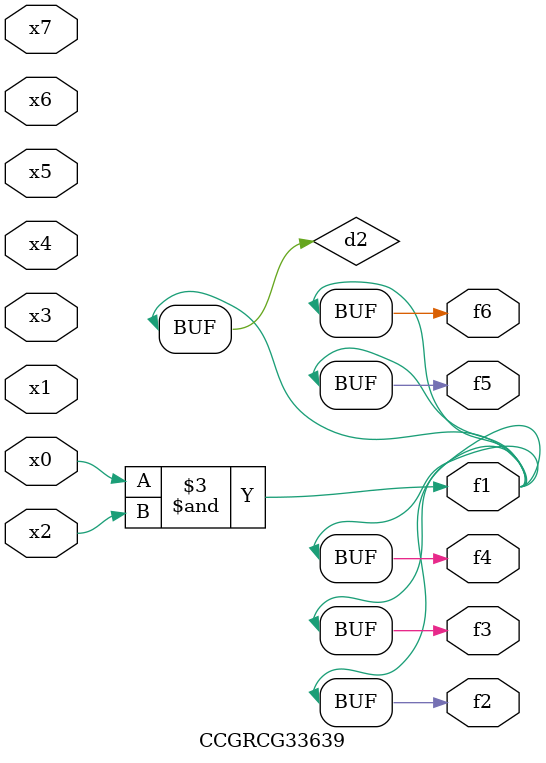
<source format=v>
module CCGRCG33639(
	input x0, x1, x2, x3, x4, x5, x6, x7,
	output f1, f2, f3, f4, f5, f6
);

	wire d1, d2;

	nor (d1, x3, x6);
	and (d2, x0, x2);
	assign f1 = d2;
	assign f2 = d2;
	assign f3 = d2;
	assign f4 = d2;
	assign f5 = d2;
	assign f6 = d2;
endmodule

</source>
